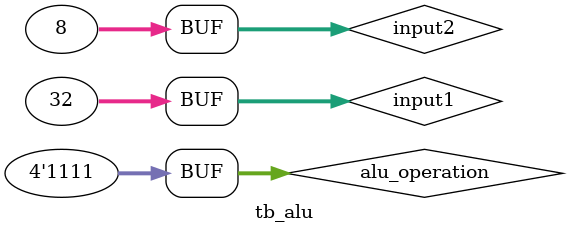
<source format=sv>
module tb_alu;
reg [31:0] input1;
reg [31:0] input2;
reg [3:0] alu_operation;
wire [31:0] out;
wire negative;
wire zero;


ALU alu(
    input1,
    input2,
    alu_operation,
    out,
    negative,
    zero
);


initial begin
    input1 = 32'b00001111;
    input2 = 32'b00101010;
    alu_operation = 1;
    #5;
    alu_operation = 2;
    #5;
    alu_operation = 3;
    #5;
    alu_operation = 4;
    #5;
    input1 = 32'b00001111;
    input2 = 32'b00000100;
    alu_operation = 5;
    #5;
    input1 = 32'b11111111;
    input2 = 32'b00000100;
    alu_operation = 6;
    #5;
    input1 = 32'b000011111;
    input2 = 32'b000110000;
    alu_operation = 7;
    #5;
    input1 = 7;
    input2 = -3;
    alu_operation = 8;
    #10;
    input1 = 7;
    input2 = 8;
    alu_operation = 9;
    #10;
    alu_operation = 10;
    #5;
    alu_operation = 11;
    #5;
    alu_operation = 12;
    #5;
    input1 = 32;
    input2 = 8;
    alu_operation = 13;
    #5;
    alu_operation = 14;
    #5;
    alu_operation = 15;
    #5;
end

// initial begin
//     $monitor("alu_operation = %d , out = %b , negative = %b , zero = %b", alu_operation, out, negative, zero);
// end

endmodule

</source>
